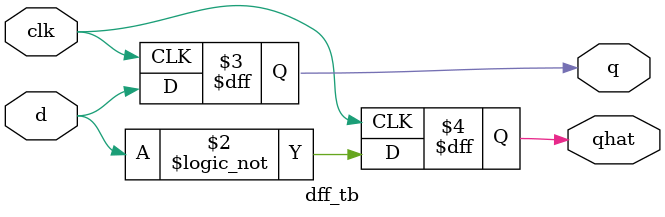
<source format=v>
module dff_tb (
    input clk,
    input d,
    output reg q,
    output reg qhat
);
  always @(posedge clk) begin
    q = d;
    qhat = !d;
  end
endmodule

</source>
